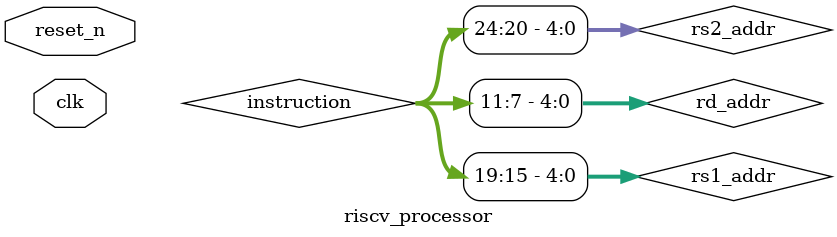
<source format=sv>
module riscv_processor (
    input wire clk,
    input wire reset_n
);
    // Program Counter
    logic [31:0] pc, pc_next;
    logic PCSrc;
    logic [31:0] immediate_extended;
    
    program_counter PC (
        .clk(clk),
        .pc_in(pc_next),
        .reset_n(reset_n),
        .pc_out(pc),
        .PCSrc(PCSrc),
        .immediate_extended(immediate_extended),
        .ImmSrc(ImmSrc)
    );
    
    // Instruction Memory
    logic [31:0] instruction;
    instruction_memory IM (
        .pc(pc),
        .reset_n(reset_n),
        .instr(instruction)
    );
    
    // Control Unit
    logic RegWrite, MemWrite, ALUSrc, Branch, Jump, zero;
    logic [1:0] ResultSrc, ImmSrc;
    logic [2:0] ALUControl;
    
    control_unit CU (
        .instruction(instruction),
        .zero_flg(zero),
        .PCSrc(PCSrc),
        .ResultSrc(ResultSrc),
        .MemWrite(MemWrite),
        .ALUControl(ALUControl),
        .ImmSrc(ImmSrc),
        .ALUSrc(ALUSrc),
        .RegWrite(RegWrite),
        .Branch(Branch),
        .Jump(Jump)
    );
    
    // Immediate Generator
    immediate IMM (
        .ImmSrc(ImmSrc),
        .instruction(instruction),
        .immediate_extended(immediate_extended)
    );
    
    // Register File
    logic [31:0] rs1_data, rs2_data; //write_data;
    logic [4:0] rs1_addr, rs2_addr, rd_addr;
    assign rs1_addr = instruction[19:15];
    assign rs2_addr = instruction[24:20];
    assign rd_addr = instruction[11:7];
    
    register_file RF (
        .clk(clk),
        .reset_n(reset_n),
        .rs1_addr(rs1_addr),
        .rs2_addr(rs2_addr),
        .rd_addr(rd_addr),
        .write_data(write_data),
        .write_enable(RegWrite),
        .rs1_data(rs1_data),
        .rs2_data(rs2_data)
    );
    
    // ALU
    logic [31:0] alu_operand2, alu_result;
    assign alu_operand2 = (ALUSrc) ? immediate_extended : rs2_data;
    
    alu ALU (
        .operand1(rs1_data),
        .operand2(alu_operand2),
        .alu_op(ALUControl),
        .result(alu_result),
        .zero(zero)
    );

    // Data Memory
    logic [31:0] read_data;
    data_mem DM (
        .clk(clk),
        .reset_n(reset_n),
        .addr(alu_result),
        .write_data(rs2_data),
        .write_enable(MemWrite),
        .read_data(read_data)
    );

    mux mux_inst (
        .select(ResultSrc),
        .operand1(alu_result),
        .operand2(read_data),
        .result(write_data)
    );
    
    // PC Logic
    assign pc_next = (PCSrc) ? pc + immediate_extended : pc + 4;
    
endmodule

</source>
